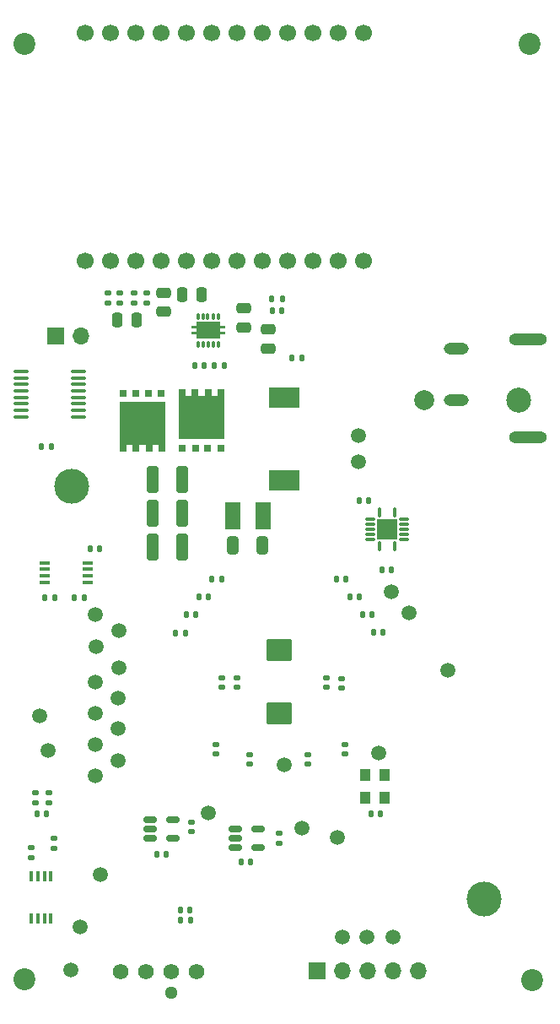
<source format=gbr>
%TF.GenerationSoftware,KiCad,Pcbnew,7.0.1*%
%TF.CreationDate,2023-10-06T09:11:46+02:00*%
%TF.ProjectId,NerdAxe_ultra,4e657264-4178-4655-9f75-6c7472612e6b,rev?*%
%TF.SameCoordinates,Original*%
%TF.FileFunction,Soldermask,Top*%
%TF.FilePolarity,Negative*%
%FSLAX46Y46*%
G04 Gerber Fmt 4.6, Leading zero omitted, Abs format (unit mm)*
G04 Created by KiCad (PCBNEW 7.0.1) date 2023-10-06 09:11:46*
%MOMM*%
%LPD*%
G01*
G04 APERTURE LIST*
G04 Aperture macros list*
%AMRoundRect*
0 Rectangle with rounded corners*
0 $1 Rounding radius*
0 $2 $3 $4 $5 $6 $7 $8 $9 X,Y pos of 4 corners*
0 Add a 4 corners polygon primitive as box body*
4,1,4,$2,$3,$4,$5,$6,$7,$8,$9,$2,$3,0*
0 Add four circle primitives for the rounded corners*
1,1,$1+$1,$2,$3*
1,1,$1+$1,$4,$5*
1,1,$1+$1,$6,$7*
1,1,$1+$1,$8,$9*
0 Add four rect primitives between the rounded corners*
20,1,$1+$1,$2,$3,$4,$5,0*
20,1,$1+$1,$4,$5,$6,$7,0*
20,1,$1+$1,$6,$7,$8,$9,0*
20,1,$1+$1,$8,$9,$2,$3,0*%
%AMFreePoly0*
4,1,35,0.005000,-4.560000,0.003536,-4.563536,0.000000,-4.565000,-5.000000,-4.565000,-5.003536,-4.563536,-5.005000,-4.560000,-5.005000,-3.898000,-5.003536,-3.894464,-5.000000,-3.893000,-4.325000,-3.893000,-4.325000,-3.269700,-5.000000,-3.269700,-5.003536,-3.268236,-5.005000,-3.264700,-5.005000,-2.599700,-5.003536,-2.596164,-5.000000,-2.594700,-4.325000,-2.594700,-4.325000,-1.971400,-5.000000,-1.971400,
-5.003536,-1.969936,-5.005000,-1.966400,-5.005000,-1.301400,-5.003536,-1.297864,-5.000000,-1.296400,-4.325000,-1.296400,-4.325000,-0.673100,-5.000000,-0.673100,-5.003536,-0.671636,-5.005000,-0.668100,-5.005000,0.000000,-5.003536,0.003536,-5.000000,0.005000,0.005000,0.005000,0.005000,-4.560000,0.005000,-4.560000,$1*%
%AMFreePoly1*
4,1,45,-0.199646,1.700354,-0.199500,1.700000,-0.199500,1.200500,0.199500,1.200500,0.199500,1.700000,0.199646,1.700354,0.200000,1.700500,0.450000,1.700500,0.450354,1.700354,0.450500,1.700000,0.450500,1.200500,0.825000,1.200500,0.825354,1.200354,0.825500,1.200000,0.825500,-1.200000,0.825354,-1.200354,0.825000,-1.200500,0.450500,-1.200500,0.450500,-1.700000,0.450354,-1.700354,
0.450000,-1.700500,0.200000,-1.700500,0.199646,-1.700354,0.199500,-1.700000,0.199500,-1.200500,-0.199500,-1.200500,-0.199500,-1.700000,-0.199646,-1.700354,-0.200000,-1.700500,-0.450000,-1.700500,-0.450354,-1.700354,-0.450500,-1.700000,-0.450500,-1.200500,-0.825000,-1.200500,-0.825354,-1.200354,-0.825500,-1.200000,-0.825500,1.200000,-0.825354,1.200354,-0.825000,1.200500,-0.450500,1.200500,
-0.450500,1.700000,-0.450354,1.700354,-0.450000,1.700500,-0.200000,1.700500,-0.199646,1.700354,-0.199646,1.700354,$1*%
G04 Aperture macros list end*
%ADD10RoundRect,0.250000X0.475000X-0.250000X0.475000X0.250000X-0.475000X0.250000X-0.475000X-0.250000X0*%
%ADD11RoundRect,0.140000X0.140000X0.170000X-0.140000X0.170000X-0.140000X-0.170000X0.140000X-0.170000X0*%
%ADD12RoundRect,0.100000X-0.637500X-0.100000X0.637500X-0.100000X0.637500X0.100000X-0.637500X0.100000X0*%
%ADD13RoundRect,0.140000X-0.170000X0.140000X-0.170000X-0.140000X0.170000X-0.140000X0.170000X0.140000X0*%
%ADD14RoundRect,0.135000X0.185000X-0.135000X0.185000X0.135000X-0.185000X0.135000X-0.185000X-0.135000X0*%
%ADD15RoundRect,0.135000X-0.185000X0.135000X-0.185000X-0.135000X0.185000X-0.135000X0.185000X0.135000X0*%
%ADD16RoundRect,0.250000X-0.250000X-0.475000X0.250000X-0.475000X0.250000X0.475000X-0.250000X0.475000X0*%
%ADD17C,3.500000*%
%ADD18RoundRect,0.250000X-0.475000X0.250000X-0.475000X-0.250000X0.475000X-0.250000X0.475000X0.250000X0*%
%ADD19C,1.500000*%
%ADD20RoundRect,0.150000X-0.512500X-0.150000X0.512500X-0.150000X0.512500X0.150000X-0.512500X0.150000X0*%
%ADD21R,0.400000X1.100000*%
%ADD22RoundRect,0.007800X-0.122200X0.442200X-0.122200X-0.442200X0.122200X-0.442200X0.122200X0.442200X0*%
%ADD23RoundRect,0.007800X-0.442200X-0.122200X0.442200X-0.122200X0.442200X0.122200X-0.442200X0.122200X0*%
%ADD24R,2.050000X2.050000*%
%ADD25R,3.100000X2.000000*%
%ADD26C,2.200000*%
%ADD27RoundRect,0.135000X0.135000X0.185000X-0.135000X0.185000X-0.135000X-0.185000X0.135000X-0.185000X0*%
%ADD28R,1.100000X0.400000*%
%ADD29RoundRect,0.140000X-0.140000X-0.170000X0.140000X-0.170000X0.140000X0.170000X-0.140000X0.170000X0*%
%ADD30RoundRect,0.135000X-0.135000X-0.185000X0.135000X-0.185000X0.135000X0.185000X-0.135000X0.185000X0*%
%ADD31RoundRect,0.140000X0.170000X-0.140000X0.170000X0.140000X-0.170000X0.140000X-0.170000X-0.140000X0*%
%ADD32RoundRect,0.250000X-1.025000X0.875000X-1.025000X-0.875000X1.025000X-0.875000X1.025000X0.875000X0*%
%ADD33R,0.700000X0.800000*%
%ADD34FreePoly0,270.000000*%
%ADD35RoundRect,0.007874X-0.112126X0.292126X-0.112126X-0.292126X0.112126X-0.292126X0.112126X0.292126X0*%
%ADD36C,0.400000*%
%ADD37FreePoly1,270.000000*%
%ADD38R,1.600000X2.700000*%
%ADD39FreePoly0,90.000000*%
%ADD40RoundRect,0.250000X-0.325000X-1.100000X0.325000X-1.100000X0.325000X1.100000X-0.325000X1.100000X0*%
%ADD41R,1.100000X1.300000*%
%ADD42RoundRect,0.250000X0.325000X0.650000X-0.325000X0.650000X-0.325000X-0.650000X0.325000X-0.650000X0*%
%ADD43C,1.295400*%
%ADD44C,1.574800*%
%ADD45R,1.700000X1.700000*%
%ADD46O,1.700000X1.700000*%
%ADD47C,1.700000*%
%ADD48C,2.500000*%
%ADD49O,3.800000X1.200000*%
%ADD50O,2.500000X1.200000*%
%ADD51C,2.000000*%
G04 APERTURE END LIST*
D10*
%TO.C,C43*%
X104510200Y-81125600D03*
X104510200Y-79225600D03*
%TD*%
D11*
%TO.C,C19*%
X116836000Y-103365000D03*
X115876000Y-103365000D03*
%TD*%
D12*
%TO.C,U8*%
X79675300Y-83425000D03*
X79675300Y-84075000D03*
X79675300Y-84725000D03*
X79675300Y-85375000D03*
X79675300Y-86025000D03*
X79675300Y-86675000D03*
X79675300Y-87325000D03*
X79675300Y-87975000D03*
X85400300Y-87975000D03*
X85400300Y-87325000D03*
X85400300Y-86675000D03*
X85400300Y-86025000D03*
X85400300Y-85375000D03*
X85400300Y-84725000D03*
X85400300Y-84075000D03*
X85400300Y-83425000D03*
%TD*%
D13*
%TO.C,C7*%
X99820000Y-114150000D03*
X99820000Y-115110000D03*
%TD*%
D14*
%TO.C,R7*%
X81075000Y-126664000D03*
X81075000Y-125644000D03*
%TD*%
D15*
%TO.C,R13*%
X88392300Y-75590000D03*
X88392300Y-76610000D03*
%TD*%
D11*
%TO.C,C1*%
X115730000Y-127810000D03*
X114770000Y-127810000D03*
%TD*%
D16*
%TO.C,C41*%
X95850000Y-75700000D03*
X97750000Y-75700000D03*
%TD*%
D11*
%TO.C,C3*%
X114920000Y-107790000D03*
X113960000Y-107790000D03*
%TD*%
D17*
%TO.C,H6*%
X84764000Y-94984000D03*
%TD*%
D18*
%TO.C,C38*%
X102027600Y-77089400D03*
X102027600Y-78989400D03*
%TD*%
D19*
%TO.C,TP35*%
X113500000Y-92500000D03*
%TD*%
%TO.C,TP5*%
X111440000Y-130160000D03*
%TD*%
D13*
%TO.C,C25*%
X105540000Y-129760000D03*
X105540000Y-130720000D03*
%TD*%
D19*
%TO.C,TP46*%
X89430000Y-122437000D03*
%TD*%
D16*
%TO.C,C45*%
X89350000Y-78300000D03*
X91250000Y-78300000D03*
%TD*%
D19*
%TO.C,TP47*%
X87100000Y-123987000D03*
%TD*%
%TO.C,TP16*%
X85570000Y-139110000D03*
%TD*%
%TO.C,TP15*%
X84690000Y-143470000D03*
%TD*%
D20*
%TO.C,U5*%
X92615500Y-128358000D03*
X92615500Y-129308000D03*
X92615500Y-130258000D03*
X94890500Y-130258000D03*
X94890500Y-128358000D03*
%TD*%
%TO.C,U6*%
X101182500Y-129290000D03*
X101182500Y-130240000D03*
X101182500Y-131190000D03*
X103457500Y-131190000D03*
X103457500Y-129290000D03*
%TD*%
D17*
%TO.C,H5*%
X126130000Y-136350000D03*
%TD*%
D13*
%TO.C,C4*%
X108485000Y-121838000D03*
X108485000Y-122798000D03*
%TD*%
D21*
%TO.C,U7*%
X82655000Y-134030000D03*
X82005000Y-134030000D03*
X81355000Y-134030000D03*
X80705000Y-134030000D03*
X80705000Y-138330000D03*
X81355000Y-138330000D03*
X82005000Y-138330000D03*
X82655000Y-138330000D03*
%TD*%
D11*
%TO.C,C12*%
X99780000Y-104240000D03*
X98820000Y-104240000D03*
%TD*%
D19*
%TO.C,TP43*%
X87100000Y-117729000D03*
%TD*%
D22*
%TO.C,U2*%
X115672000Y-97580000D03*
D23*
X114737000Y-98265000D03*
X114737000Y-98765000D03*
X114737000Y-99265000D03*
X114737000Y-99765000D03*
X114737000Y-100265000D03*
D22*
X115672000Y-100950000D03*
X117172000Y-100950000D03*
D23*
X118107000Y-100265000D03*
X118107000Y-99765000D03*
X118107000Y-99265000D03*
X118107000Y-98765000D03*
X118107000Y-98265000D03*
D22*
X117172000Y-97580000D03*
D24*
X116422000Y-99265000D03*
%TD*%
D15*
%TO.C,R10*%
X92300000Y-75590000D03*
X92300000Y-76610000D03*
%TD*%
D19*
%TO.C,TP42*%
X87100000Y-107817000D03*
%TD*%
D25*
%TO.C,L1*%
X106100000Y-86040000D03*
X106100000Y-94360000D03*
%TD*%
D14*
%TO.C,R15*%
X91000000Y-76610000D03*
X91000000Y-75590000D03*
%TD*%
D11*
%TO.C,C15*%
X98490000Y-106040000D03*
X97530000Y-106040000D03*
%TD*%
D26*
%TO.C,H4*%
X79987000Y-50603000D03*
%TD*%
D27*
%TO.C,R16*%
X86000000Y-106100000D03*
X84980000Y-106100000D03*
%TD*%
D11*
%TO.C,C32*%
X82216000Y-127813000D03*
X81256000Y-127813000D03*
%TD*%
D13*
%TO.C,C16*%
X102646000Y-121838000D03*
X102646000Y-122798000D03*
%TD*%
D26*
%TO.C,H3*%
X130980000Y-144470000D03*
%TD*%
D19*
%TO.C,TP12*%
X82390000Y-121440000D03*
%TD*%
%TO.C,TP20*%
X106100000Y-122920000D03*
%TD*%
D11*
%TO.C,C18*%
X96139000Y-109681000D03*
X95179000Y-109681000D03*
%TD*%
D18*
%TO.C,C40*%
X94000000Y-75550000D03*
X94000000Y-77450000D03*
%TD*%
D28*
%TO.C,U10*%
X82050000Y-102625000D03*
X82050000Y-103275000D03*
X82050000Y-103925000D03*
X82050000Y-104575000D03*
X86350000Y-104575000D03*
X86350000Y-103925000D03*
X86350000Y-103275000D03*
X86350000Y-102625000D03*
%TD*%
D19*
%TO.C,TP36*%
X116870000Y-105550000D03*
%TD*%
D29*
%TO.C,C39*%
X104880000Y-77358600D03*
X105840000Y-77358600D03*
%TD*%
D11*
%TO.C,C35*%
X82680000Y-91000000D03*
X81720000Y-91000000D03*
%TD*%
D13*
%TO.C,C10*%
X110280000Y-114170000D03*
X110280000Y-115130000D03*
%TD*%
%TO.C,C11*%
X101370000Y-114140000D03*
X101370000Y-115100000D03*
%TD*%
D15*
%TO.C,R14*%
X89600000Y-75590000D03*
X89600000Y-76610000D03*
%TD*%
D30*
%TO.C,R11*%
X104848600Y-76169800D03*
X105868600Y-76169800D03*
%TD*%
D19*
%TO.C,TP6*%
X81500000Y-118000000D03*
%TD*%
D31*
%TO.C,C14*%
X99190000Y-121800000D03*
X99190000Y-120840000D03*
%TD*%
D26*
%TO.C,H2*%
X130683000Y-50604000D03*
%TD*%
D32*
%TO.C,C13*%
X105600000Y-111360000D03*
X105600000Y-117760000D03*
%TD*%
D26*
%TO.C,H1*%
X80020000Y-144380000D03*
%TD*%
D19*
%TO.C,TP11*%
X87580000Y-133890000D03*
%TD*%
D33*
%TO.C,Q2*%
X95851000Y-91141300D03*
X97149300Y-91141300D03*
X98412700Y-91141300D03*
X99711000Y-91141300D03*
D34*
X100061000Y-90236300D03*
%TD*%
D19*
%TO.C,TP1*%
X89430000Y-116237000D03*
%TD*%
D31*
%TO.C,C33*%
X82970000Y-131240000D03*
X82970000Y-130280000D03*
%TD*%
D30*
%TO.C,R2*%
X95640000Y-138480000D03*
X96660000Y-138480000D03*
%TD*%
D19*
%TO.C,TP3*%
X114410000Y-140150000D03*
%TD*%
%TO.C,TP41*%
X89500000Y-109437000D03*
%TD*%
%TO.C,TP38*%
X87100000Y-114600000D03*
%TD*%
%TO.C,TP44*%
X89430000Y-119277000D03*
%TD*%
D29*
%TO.C,C44*%
X86610000Y-101200000D03*
X87570000Y-101200000D03*
%TD*%
D35*
%TO.C,U9*%
X99446291Y-77900000D03*
X98946291Y-77900000D03*
X98416291Y-77900000D03*
X97946291Y-77900000D03*
X97446291Y-77900000D03*
X97446291Y-80700000D03*
X97946291Y-80700000D03*
X98446291Y-80700000D03*
X98946291Y-80700000D03*
X99446291Y-80700000D03*
D36*
X98446291Y-78725000D03*
X99396291Y-79300000D03*
D37*
X98446291Y-79300000D03*
D36*
X97496291Y-79300000D03*
X98446291Y-79875000D03*
%TD*%
D19*
%TO.C,TP34*%
X113500000Y-89900000D03*
%TD*%
D29*
%TO.C,C22*%
X93253000Y-131818000D03*
X94213000Y-131818000D03*
%TD*%
D19*
%TO.C,TP39*%
X89460000Y-113137000D03*
%TD*%
D11*
%TO.C,C6*%
X113620000Y-106030000D03*
X112660000Y-106030000D03*
%TD*%
D38*
%TO.C,C46*%
X103951000Y-97918800D03*
X100951000Y-97918800D03*
%TD*%
D33*
%TO.C,Q1*%
X93749287Y-85592464D03*
X92450987Y-85592464D03*
X91187587Y-85592464D03*
X89889287Y-85592464D03*
D39*
X89539287Y-86497464D03*
%TD*%
D30*
%TO.C,R17*%
X82070000Y-106100000D03*
X83090000Y-106100000D03*
%TD*%
D29*
%TO.C,C42*%
X97097600Y-82800000D03*
X98057600Y-82800000D03*
%TD*%
D19*
%TO.C,TP7*%
X115560000Y-121710000D03*
%TD*%
D40*
%TO.C,C34*%
X92906000Y-94248800D03*
X95856000Y-94248800D03*
%TD*%
D19*
%TO.C,TP40*%
X87180000Y-111047000D03*
%TD*%
%TO.C,TP4*%
X117040000Y-140190000D03*
%TD*%
D41*
%TO.C,U1*%
X116140000Y-126170000D03*
X116140000Y-123870000D03*
X114240000Y-123870000D03*
X114240000Y-126170000D03*
%TD*%
D19*
%TO.C,TP13*%
X98473000Y-127736000D03*
%TD*%
D30*
%TO.C,R12*%
X99067600Y-82800000D03*
X100087600Y-82800000D03*
%TD*%
D27*
%TO.C,R4*%
X107887600Y-82045800D03*
X106867600Y-82045800D03*
%TD*%
D11*
%TO.C,C2*%
X116020000Y-109624000D03*
X115060000Y-109624000D03*
%TD*%
D29*
%TO.C,C23*%
X101730000Y-132610000D03*
X102690000Y-132610000D03*
%TD*%
D31*
%TO.C,C5*%
X112160000Y-121800000D03*
X112160000Y-120840000D03*
%TD*%
D19*
%TO.C,TP9*%
X122500000Y-113430000D03*
%TD*%
D14*
%TO.C,R9*%
X80700000Y-132210000D03*
X80700000Y-131190000D03*
%TD*%
D11*
%TO.C,C17*%
X97210000Y-107780000D03*
X96250000Y-107780000D03*
%TD*%
%TO.C,C8*%
X112290000Y-104240000D03*
X111330000Y-104240000D03*
%TD*%
D29*
%TO.C,C29*%
X95640000Y-137410000D03*
X96600000Y-137410000D03*
%TD*%
D19*
%TO.C,TP37*%
X118610000Y-107630000D03*
%TD*%
%TO.C,TP14*%
X107830000Y-129200000D03*
%TD*%
%TO.C,TP45*%
X87100000Y-120858000D03*
%TD*%
%TO.C,TP2*%
X111890000Y-140150000D03*
%TD*%
D11*
%TO.C,C20*%
X114582000Y-96355000D03*
X113622000Y-96355000D03*
%TD*%
D42*
%TO.C,C47*%
X103886000Y-100888800D03*
X100936000Y-100888800D03*
%TD*%
D13*
%TO.C,C24*%
X96763000Y-128638000D03*
X96763000Y-129598000D03*
%TD*%
D40*
%TO.C,C36*%
X92866000Y-97658800D03*
X95816000Y-97658800D03*
%TD*%
D13*
%TO.C,C9*%
X111870000Y-114230000D03*
X111870000Y-115190000D03*
%TD*%
D40*
%TO.C,C37*%
X92866000Y-101018800D03*
X95816000Y-101018800D03*
%TD*%
D15*
%TO.C,R8*%
X82470000Y-125644000D03*
X82470000Y-126664000D03*
%TD*%
D43*
%TO.C,J4*%
X94701000Y-145782001D03*
D44*
X89621000Y-143622000D03*
X92161000Y-143622000D03*
X94701000Y-143622000D03*
X97241000Y-143622000D03*
%TD*%
D45*
%TO.C,J7*%
X83099400Y-79900000D03*
D46*
X85639400Y-79900000D03*
%TD*%
D45*
%TO.C,J3*%
X109350000Y-143580000D03*
D46*
X111890000Y-143580000D03*
X114430000Y-143580000D03*
X116970000Y-143580000D03*
X119510000Y-143580000D03*
%TD*%
D47*
%TO.C,U3*%
X86060000Y-72360000D03*
X88600000Y-72360000D03*
X91140000Y-72360000D03*
X93680000Y-72360000D03*
X96220000Y-72360000D03*
X98760000Y-72360000D03*
X101300000Y-72360000D03*
X103840000Y-72360000D03*
X106380000Y-72360000D03*
X108920000Y-72360000D03*
X111460000Y-72360000D03*
X114000000Y-72360000D03*
X114000000Y-49440000D03*
X111460000Y-49440000D03*
X108920000Y-49440000D03*
X106380000Y-49440000D03*
X103840000Y-49440000D03*
X101300000Y-49440000D03*
X98760000Y-49440000D03*
X96220000Y-49440000D03*
X93680000Y-49440000D03*
X91140000Y-49440000D03*
X88600000Y-49440000D03*
X86060000Y-49440000D03*
%TD*%
D48*
%TO.C,DC1*%
X129609000Y-86336000D03*
D49*
X130569000Y-80206000D03*
D50*
X123359000Y-81136000D03*
X123359000Y-86336000D03*
D51*
X120109000Y-86336000D03*
D49*
X130569000Y-90066000D03*
%TD*%
M02*

</source>
